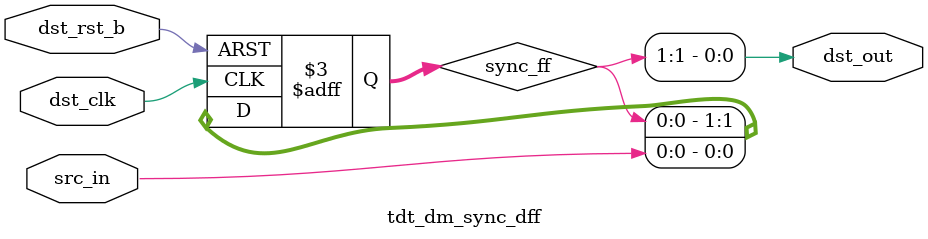
<source format=v>
/*Copyright 2020-2021 T-Head Semiconductor Co., Ltd.

Licensed under the Apache License, Version 2.0 (the "License");
you may not use this file except in compliance with the License.
You may obtain a copy of the License at

    http://www.apache.org/licenses/LICENSE-2.0

Unless required by applicable law or agreed to in writing, software
distributed under the License is distributed on an "AS IS" BASIS,
WITHOUT WARRANTIES OR CONDITIONS OF ANY KIND, either express or implied.
See the License for the specific language governing permissions and
limitations under the License.
*/
module tdt_dm_sync_dff #(
    parameter    SYNC_NUM = 2
)(
    input        dst_clk,
    input        dst_rst_b,
    input        src_in,
    output       dst_out
);

reg  [SYNC_NUM-1:0] sync_ff;

always @ (posedge dst_clk or negedge dst_rst_b) begin
    if (!dst_rst_b)
        sync_ff[SYNC_NUM-1:0] <= {SYNC_NUM{1'b0}};
    else 
        sync_ff[SYNC_NUM-1:0] <= {sync_ff[SYNC_NUM-2:0], src_in};
end

assign dst_out = sync_ff[SYNC_NUM-1];

endmodule

</source>
